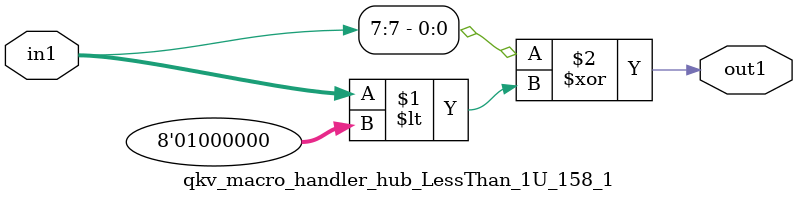
<source format=v>

`timescale 1ps / 1ps


module qkv_macro_handler_hub_LessThan_1U_158_1( in1, out1 );

    input [7:0] in1;
    output out1;

    
    // rtl_process:qkv_macro_handler_hub_LessThan_1U_158_1/qkv_macro_handler_hub_LessThan_1U_158_1_thread_1
    assign out1 = (in1[7] ^ in1 < 8'd064);

endmodule


</source>
